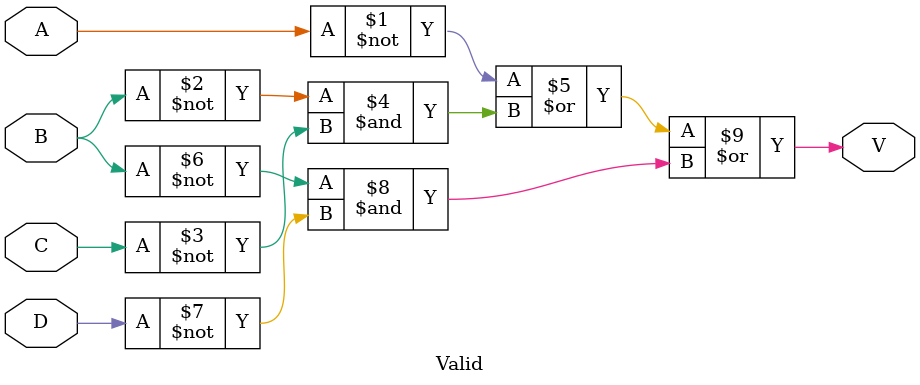
<source format=v>

module Valid (A, B, C, D, V);
input A, B, C, D;
output V;

assign V = ~A | (~B&~C) | (~B&~D);

endmodule
</source>
